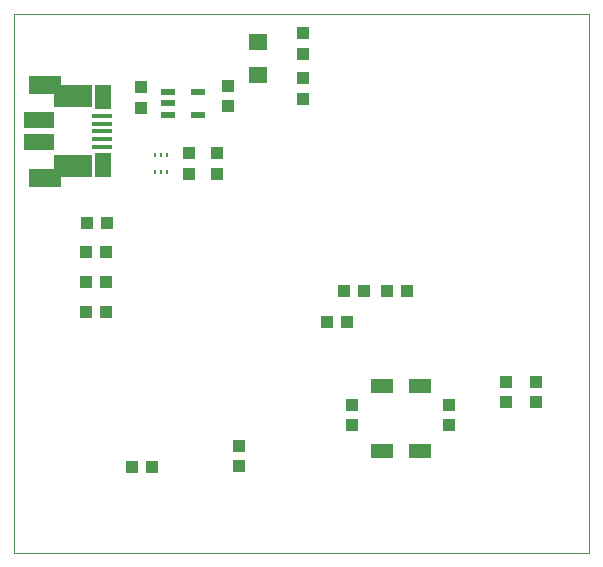
<source format=gbp>
G75*
G70*
%OFA0B0*%
%FSLAX24Y24*%
%IPPOS*%
%LPD*%
%AMOC8*
5,1,8,0,0,1.08239X$1,22.5*
%
%ADD10C,0.0000*%
%ADD11R,0.0630X0.0551*%
%ADD12R,0.0394X0.0433*%
%ADD13R,0.0433X0.0394*%
%ADD14R,0.0472X0.0217*%
%ADD15R,0.0748X0.0512*%
%ADD16R,0.0112X0.0177*%
%ADD17R,0.0673X0.0157*%
%ADD18R,0.0575X0.0787*%
%ADD19R,0.0984X0.0541*%
%ADD20R,0.1256X0.0717*%
%ADD21R,0.1076X0.0646*%
%ADD22R,0.1260X0.0717*%
D10*
X000219Y000180D02*
X000219Y018176D01*
X019377Y018176D01*
X019382Y018176D02*
X019382Y000180D01*
X019377Y000180D02*
X000219Y000180D01*
D11*
X008344Y016129D03*
X008344Y017231D03*
D12*
X009844Y017515D03*
X009844Y016845D03*
X009844Y016015D03*
X009844Y015345D03*
X007344Y015095D03*
X007344Y015765D03*
X004435Y015715D03*
X004435Y015046D03*
X003295Y011202D03*
X002626Y011202D03*
X002608Y009218D03*
X003277Y009218D03*
X003277Y008218D03*
X002608Y008218D03*
X004135Y003055D03*
X004804Y003055D03*
X011469Y004470D03*
X011469Y005140D03*
X014719Y005140D03*
X014719Y004470D03*
X017594Y005220D03*
X017594Y005890D03*
D13*
X016594Y005890D03*
X016594Y005220D03*
X013304Y008930D03*
X012635Y008930D03*
X011873Y008940D03*
X011204Y008940D03*
X011304Y007907D03*
X010635Y007907D03*
X007719Y003765D03*
X007719Y003095D03*
X003277Y010218D03*
X002608Y010218D03*
X006032Y012845D03*
X006032Y013515D03*
X006969Y013515D03*
X006969Y012845D03*
D14*
X006356Y014806D03*
X006356Y015554D03*
X005333Y015554D03*
X005333Y015180D03*
X005333Y014806D03*
D15*
X012464Y005763D03*
X013724Y005763D03*
X013724Y003597D03*
X012464Y003597D03*
D16*
X005291Y012904D03*
X005094Y012904D03*
X004898Y012904D03*
X004898Y013456D03*
X005094Y013456D03*
X005291Y013456D03*
D17*
X003137Y013744D03*
X003137Y014000D03*
X003137Y014256D03*
X003137Y014512D03*
X003137Y014768D03*
D18*
X003188Y015398D03*
X003188Y013114D03*
D19*
X001050Y013887D03*
X001050Y014625D03*
D20*
X002166Y013083D03*
D21*
X001242Y012693D03*
X001242Y015812D03*
D22*
X002168Y015422D03*
M02*

</source>
